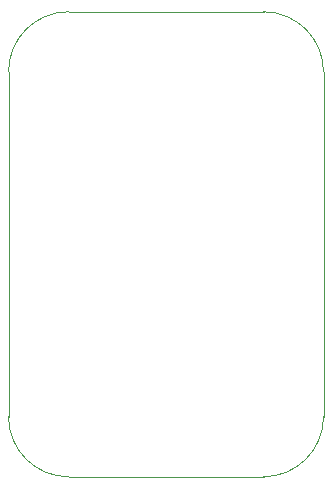
<source format=gbr>
%TF.GenerationSoftware,KiCad,Pcbnew,7.0.5*%
%TF.CreationDate,2024-01-10T19:55:36+02:00*%
%TF.ProjectId,SNES Controller Reader,534e4553-2043-46f6-9e74-726f6c6c6572,rev?*%
%TF.SameCoordinates,Original*%
%TF.FileFunction,Profile,NP*%
%FSLAX46Y46*%
G04 Gerber Fmt 4.6, Leading zero omitted, Abs format (unit mm)*
G04 Created by KiCad (PCBNEW 7.0.5) date 2024-01-10 19:55:36*
%MOMM*%
%LPD*%
G01*
G04 APERTURE LIST*
%TA.AperFunction,Profile*%
%ADD10C,0.100000*%
%TD*%
G04 APERTURE END LIST*
D10*
%TO.C,J2*%
X84455000Y-70485000D02*
X84455000Y-99695000D01*
X106045000Y-65405000D02*
X89535000Y-65405000D01*
X106045000Y-104775000D02*
X89535000Y-104775000D01*
X111125000Y-99695000D02*
X111125000Y-70485000D01*
X89535000Y-65405000D02*
G75*
G03*
X84455000Y-70485000I2J-5080002D01*
G01*
X84455000Y-99695000D02*
G75*
G03*
X89535000Y-104775000I5080000J0D01*
G01*
X111125000Y-70485000D02*
G75*
G03*
X106045000Y-65405000I-5080000J0D01*
G01*
X106045000Y-104775000D02*
G75*
G03*
X111125000Y-99695000I0J5080000D01*
G01*
%TD*%
M02*

</source>
